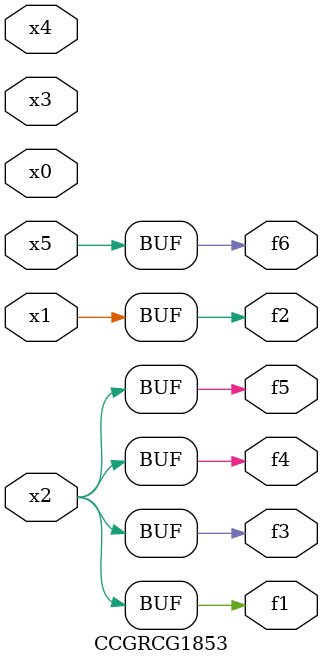
<source format=v>
module CCGRCG1853(
	input x0, x1, x2, x3, x4, x5,
	output f1, f2, f3, f4, f5, f6
);
	assign f1 = x2;
	assign f2 = x1;
	assign f3 = x2;
	assign f4 = x2;
	assign f5 = x2;
	assign f6 = x5;
endmodule

</source>
